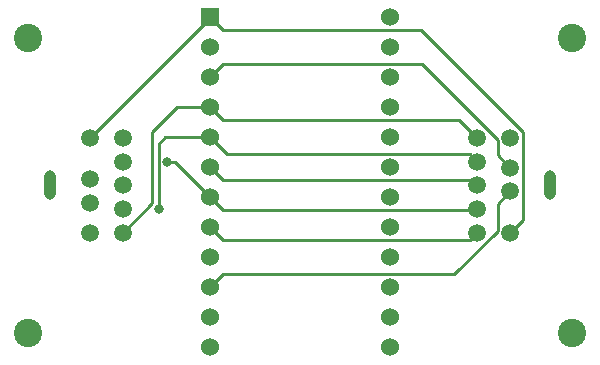
<source format=gbr>
%TF.GenerationSoftware,KiCad,Pcbnew,(5.1.10)-1*%
%TF.CreationDate,2021-08-16T22:09:14-05:00*%
%TF.ProjectId,Controller,436f6e74-726f-46c6-9c65-722e6b696361,rev?*%
%TF.SameCoordinates,Original*%
%TF.FileFunction,Copper,L1,Top*%
%TF.FilePolarity,Positive*%
%FSLAX46Y46*%
G04 Gerber Fmt 4.6, Leading zero omitted, Abs format (unit mm)*
G04 Created by KiCad (PCBNEW (5.1.10)-1) date 2021-08-16 22:09:14*
%MOMM*%
%LPD*%
G01*
G04 APERTURE LIST*
%TA.AperFunction,ComponentPad*%
%ADD10C,1.524000*%
%TD*%
%TA.AperFunction,ComponentPad*%
%ADD11R,1.524000X1.524000*%
%TD*%
%TA.AperFunction,ComponentPad*%
%ADD12C,2.400000*%
%TD*%
%TA.AperFunction,ComponentPad*%
%ADD13O,1.000000X2.500000*%
%TD*%
%TA.AperFunction,ComponentPad*%
%ADD14C,1.500000*%
%TD*%
%TA.AperFunction,ViaPad*%
%ADD15C,0.800000*%
%TD*%
%TA.AperFunction,Conductor*%
%ADD16C,0.250000*%
%TD*%
G04 APERTURE END LIST*
D10*
%TO.P,UT2,24*%
%TO.N,Net-(ULH1-Pad3)*%
X53620000Y-21270000D03*
%TO.P,UT2,23*%
%TO.N,Net-(UT2-Pad23)*%
X53620000Y-23810000D03*
%TO.P,UT2,22*%
%TO.N,Net-(UT2-Pad22)*%
X53620000Y-26350000D03*
%TO.P,UT2,21*%
%TO.N,Net-(UT2-Pad21)*%
X53620000Y-28890000D03*
%TO.P,UT2,20*%
%TO.N,Net-(UT2-Pad20)*%
X53620000Y-31430000D03*
%TO.P,UT2,19*%
%TO.N,Net-(UT2-Pad19)*%
X53620000Y-33970000D03*
%TO.P,UT2,18*%
%TO.N,Net-(UT2-Pad18)*%
X53620000Y-36510000D03*
%TO.P,UT2,17*%
%TO.N,Net-(UT2-Pad17)*%
X53620000Y-39050000D03*
%TO.P,UT2,16*%
%TO.N,Net-(UT2-Pad16)*%
X53620000Y-41590000D03*
%TO.P,UT2,15*%
%TO.N,Net-(UT2-Pad15)*%
X53620000Y-44130000D03*
%TO.P,UT2,14*%
%TO.N,Net-(UT2-Pad14)*%
X53620000Y-46670000D03*
%TO.P,UT2,13*%
%TO.N,Net-(UT2-Pad13)*%
X53620000Y-49210000D03*
%TO.P,UT2,12*%
%TO.N,Net-(UT2-Pad12)*%
X38380000Y-49210000D03*
%TO.P,UT2,11*%
%TO.N,Net-(UT2-Pad11)*%
X38380000Y-46670000D03*
%TO.P,UT2,10*%
%TO.N,Net-(URH1-Pad2)*%
X38380000Y-44130000D03*
%TO.P,UT2,9*%
%TO.N,Net-(ULH1-Pad2)*%
X38380000Y-41590000D03*
%TO.P,UT2,8*%
%TO.N,Net-(ULH1-Pad9)*%
X38380000Y-39050000D03*
%TO.P,UT2,7*%
%TO.N,Net-(ULH1-Pad8)*%
X38380000Y-36510000D03*
%TO.P,UT2,6*%
%TO.N,Net-(ULH1-Pad5)*%
X38380000Y-33970000D03*
%TO.P,UT2,5*%
%TO.N,Net-(ULH1-Pad4)*%
X38380000Y-31430000D03*
%TO.P,UT2,4*%
%TO.N,Net-(ULH1-Pad7)*%
X38380000Y-28890000D03*
%TO.P,UT2,3*%
%TO.N,Net-(URH1-Pad1)*%
X38380000Y-26350000D03*
%TO.P,UT2,2*%
%TO.N,Net-(ULH1-Pad1)*%
X38380000Y-23810000D03*
D11*
%TO.P,UT2,1*%
%TO.N,Net-(ULH1-Pad6)*%
X38380000Y-21270000D03*
%TD*%
D12*
%TO.P,REF\u002A\u002A,HOLE*%
%TO.N,N/C*%
X23000000Y-48000000D03*
%TD*%
%TO.P,REF\u002A\u002A,HOLE*%
%TO.N,N/C*%
X69000000Y-48000000D03*
%TD*%
%TO.P,REF\u002A\u002A,HOLE*%
%TO.N,N/C*%
X69000000Y-23000000D03*
%TD*%
%TO.P,REF\u002A\u002A,HOLE*%
%TO.N,N/C*%
X23000000Y-23000000D03*
%TD*%
D13*
%TO.P,ULH1,HOLE*%
%TO.N,N/C*%
X24850000Y-35500000D03*
D14*
%TO.P,ULH1,2*%
%TO.N,Net-(ULH1-Pad2)*%
X28200000Y-35000000D03*
%TO.P,ULH1,1*%
%TO.N,Net-(ULH1-Pad1)*%
X28200000Y-37000000D03*
%TO.P,ULH1,3*%
%TO.N,Net-(ULH1-Pad3)*%
X28200000Y-39500000D03*
%TO.P,ULH1,6*%
%TO.N,Net-(ULH1-Pad6)*%
X28200000Y-31500000D03*
%TO.P,ULH1,9*%
%TO.N,Net-(ULH1-Pad9)*%
X31000000Y-31500000D03*
%TO.P,ULH1,8*%
%TO.N,Net-(ULH1-Pad8)*%
X31000000Y-33500000D03*
%TO.P,ULH1,5*%
%TO.N,Net-(ULH1-Pad5)*%
X31000000Y-35500000D03*
%TO.P,ULH1,4*%
%TO.N,Net-(ULH1-Pad4)*%
X31000000Y-37500000D03*
%TO.P,ULH1,7*%
%TO.N,Net-(ULH1-Pad7)*%
X31000000Y-39500000D03*
%TD*%
%TO.P,URH1,7*%
%TO.N,Net-(ULH1-Pad7)*%
X61000000Y-31500000D03*
%TO.P,URH1,4*%
%TO.N,Net-(ULH1-Pad4)*%
X61000000Y-33500000D03*
%TO.P,URH1,5*%
%TO.N,Net-(ULH1-Pad5)*%
X61000000Y-35500000D03*
%TO.P,URH1,8*%
%TO.N,Net-(ULH1-Pad8)*%
X61000000Y-37500000D03*
%TO.P,URH1,9*%
%TO.N,Net-(ULH1-Pad9)*%
X61000000Y-39500000D03*
%TO.P,URH1,6*%
%TO.N,Net-(ULH1-Pad6)*%
X63800000Y-39500000D03*
%TO.P,URH1,3*%
%TO.N,Net-(ULH1-Pad3)*%
X63800000Y-31500000D03*
%TO.P,URH1,1*%
%TO.N,Net-(URH1-Pad1)*%
X63800000Y-34000000D03*
%TO.P,URH1,2*%
%TO.N,Net-(URH1-Pad2)*%
X63800000Y-36000000D03*
D13*
%TO.P,URH1,HOLE*%
%TO.N,N/C*%
X67150000Y-35500000D03*
%TD*%
D15*
%TO.N,Net-(ULH1-Pad8)*%
X34737653Y-33500000D03*
%TO.N,Net-(ULH1-Pad4)*%
X34012653Y-37512653D03*
%TD*%
D16*
%TO.N,Net-(ULH1-Pad6)*%
X38380000Y-21320000D02*
X28200000Y-31500000D01*
X38380000Y-21270000D02*
X38380000Y-21320000D01*
X64875001Y-38424999D02*
X63800000Y-39500000D01*
X64875001Y-30983999D02*
X64875001Y-38424999D01*
X56248003Y-22357001D02*
X64875001Y-30983999D01*
X39467001Y-22357001D02*
X56248003Y-22357001D01*
X38380000Y-21270000D02*
X39467001Y-22357001D01*
%TO.N,Net-(ULH1-Pad9)*%
X60362999Y-40137001D02*
X61000000Y-39500000D01*
X39467001Y-40137001D02*
X60362999Y-40137001D01*
X38380000Y-39050000D02*
X39467001Y-40137001D01*
%TO.N,Net-(ULH1-Pad8)*%
X35370000Y-33500000D02*
X34737653Y-33500000D01*
X38380000Y-36510000D02*
X35370000Y-33500000D01*
X60902999Y-37597001D02*
X61000000Y-37500000D01*
X39467001Y-37597001D02*
X60902999Y-37597001D01*
X38380000Y-36510000D02*
X39467001Y-37597001D01*
%TO.N,Net-(ULH1-Pad5)*%
X60557001Y-35057001D02*
X61000000Y-35500000D01*
X39467001Y-35057001D02*
X60557001Y-35057001D01*
X38380000Y-33970000D02*
X39467001Y-35057001D01*
%TO.N,Net-(ULH1-Pad4)*%
X38380000Y-31430000D02*
X34570000Y-31430000D01*
X34012653Y-31987347D02*
X34012653Y-37512653D01*
X34570000Y-31430000D02*
X34012653Y-31987347D01*
X60382999Y-32882999D02*
X61000000Y-33500000D01*
X39832999Y-32882999D02*
X60382999Y-32882999D01*
X38380000Y-31430000D02*
X39832999Y-32882999D01*
%TO.N,Net-(ULH1-Pad7)*%
X38380000Y-28890000D02*
X35610000Y-28890000D01*
X35610000Y-28890000D02*
X33500000Y-31000000D01*
X33500000Y-37000000D02*
X31000000Y-39500000D01*
X33500000Y-31000000D02*
X33500000Y-37000000D01*
X59477001Y-29977001D02*
X61000000Y-31500000D01*
X39467001Y-29977001D02*
X59477001Y-29977001D01*
X38380000Y-28890000D02*
X39467001Y-29977001D01*
%TO.N,Net-(URH1-Pad1)*%
X62724999Y-32924999D02*
X63800000Y-34000000D01*
X62724999Y-31633997D02*
X62724999Y-32924999D01*
X56354001Y-25262999D02*
X62724999Y-31633997D01*
X39467001Y-25262999D02*
X56354001Y-25262999D01*
X38380000Y-26350000D02*
X39467001Y-25262999D01*
%TO.N,Net-(URH1-Pad2)*%
X62724999Y-37075001D02*
X63800000Y-36000000D01*
X62724999Y-39366003D02*
X62724999Y-37075001D01*
X59048003Y-43042999D02*
X62724999Y-39366003D01*
X39467001Y-43042999D02*
X59048003Y-43042999D01*
X38380000Y-44130000D02*
X39467001Y-43042999D01*
%TD*%
M02*

</source>
